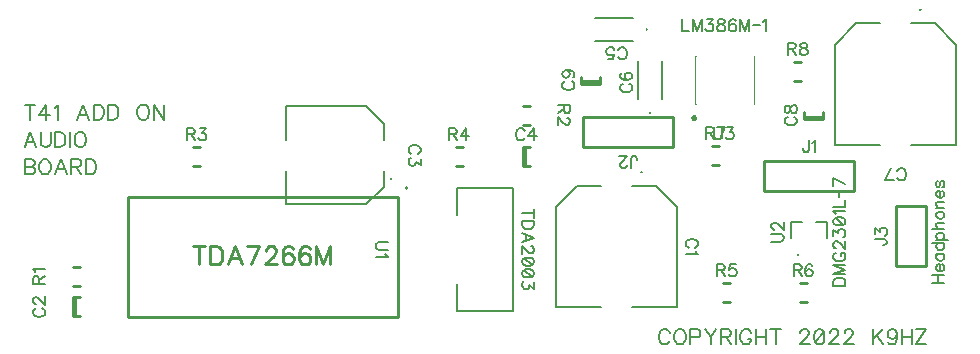
<source format=gbr>
G04 DipTrace 4.2.0.1*
G04 TopSilk.gbr*
%MOIN*%
G04 #@! TF.FileFunction,Legend,Top*
G04 #@! TF.Part,Single*
%ADD10C,0.009843*%
%ADD13C,0.004724*%
%ADD23C,0.005*%
%ADD68C,0.006176*%
%ADD69C,0.00772*%
%ADD70C,0.009264*%
%FSLAX26Y26*%
G04*
G70*
G90*
G75*
G01*
G04 TopSilk*
%LPD*%
X763700Y908600D2*
D10*
Y508600D1*
X1663700D1*
Y908600D1*
X763700D1*
X1861023Y939566D2*
D23*
X2049999D1*
Y530117D1*
X1861023D1*
Y939566D2*
Y849015D1*
Y530117D2*
Y620669D1*
G36*
X1688188Y939566D2*
X1688235Y940286D1*
X1688376Y940993D1*
X1688608Y941675D1*
X1688927Y942322D1*
X1689327Y942922D1*
X1689803Y943464D1*
X1690345Y943939D1*
X1690944Y944340D1*
X1691591Y944658D1*
X1692273Y944890D1*
X1692981Y945031D1*
X1693700Y945078D1*
X1694419Y945031D1*
X1695127Y944890D1*
X1695809Y944658D1*
X1696456Y944340D1*
X1697055Y943939D1*
X1697597Y943464D1*
X1698073Y942922D1*
X1698473Y942322D1*
X1698792Y941675D1*
X1699024Y940993D1*
X1699165Y940286D1*
X1699212Y939566D1*
D1*
X1699165Y938847D1*
X1699024Y938140D1*
X1698792Y937457D1*
X1698473Y936810D1*
X1698073Y936211D1*
X1697597Y935669D1*
X1697055Y935193D1*
X1696456Y934793D1*
X1695809Y934474D1*
X1695127Y934242D1*
X1694419Y934101D1*
X1693700Y934054D1*
X1692981Y934101D1*
X1692273Y934242D1*
X1691591Y934474D1*
X1690944Y934793D1*
X1690345Y935193D1*
X1689803Y935669D1*
X1689327Y936211D1*
X1688927Y936810D1*
X1688608Y937457D1*
X1688376Y938140D1*
X1688235Y938847D1*
X1688188Y939566D1*
D1*
G37*
X2261810Y946456D2*
D23*
X2190944Y875590D1*
Y540944D1*
X2596456D2*
Y875590D1*
X2525590Y946456D1*
X2445669D1*
X2341731D2*
X2261810D1*
X2445669Y540944D2*
X2596456D1*
X2190944D2*
X2341731D1*
G36*
X2476377Y995669D2*
X2476891Y995635D1*
X2477396Y995534D1*
X2477884Y995369D1*
X2478346Y995141D1*
X2478774Y994855D1*
X2479161Y994515D1*
X2479501Y994128D1*
X2479787Y993700D1*
X2480014Y993238D1*
X2480180Y992750D1*
X2480280Y992245D1*
X2480314Y991731D1*
X2480280Y991218D1*
X2480180Y990713D1*
X2480014Y990225D1*
X2479787Y989763D1*
X2479501Y989335D1*
X2479161Y988948D1*
X2478774Y988608D1*
X2478346Y988322D1*
X2477884Y988094D1*
X2477396Y987929D1*
X2476891Y987828D1*
X2476377Y987794D1*
D1*
X2475863Y987828D1*
X2475358Y987929D1*
X2474871Y988094D1*
X2474409Y988322D1*
X2473980Y988608D1*
X2473593Y988948D1*
X2473254Y989335D1*
X2472968Y989763D1*
X2472740Y990225D1*
X2472574Y990713D1*
X2472474Y991218D1*
X2472440Y991731D1*
X2472474Y992245D1*
X2472574Y992750D1*
X2472740Y993238D1*
X2472968Y993700D1*
X2473254Y994128D1*
X2473593Y994515D1*
X2473980Y994855D1*
X2474409Y995141D1*
X2474871Y995369D1*
X2475358Y995534D1*
X2475863Y995635D1*
X2476377Y995669D1*
D1*
G37*
X581920Y612235D2*
D10*
X605480D1*
X581920Y675165D2*
X605480D1*
X589369Y512235D2*
Y575165D1*
X581920Y512235D2*
Y575165D1*
Y512235D2*
X605480D1*
X581920Y575165D2*
X605480D1*
X2080804Y1150031D2*
X2104363D1*
X2080804Y1212960D2*
X2104363D1*
X981920Y1012235D2*
X1005480D1*
X981920Y1075165D2*
X1005480D1*
X1617025Y1152169D2*
D23*
X1557970Y1211224D1*
X1290254D1*
Y884452D2*
X1557970D1*
X1617025Y943507D1*
Y995869D1*
Y1099806D2*
Y1152169D1*
X1290254Y995869D2*
Y884452D1*
Y1211224D2*
Y1099806D1*
G36*
X1642616Y973035D2*
X1643130Y973001D1*
X1643635Y972900D1*
X1644123Y972735D1*
X1644585Y972507D1*
X1645013Y972221D1*
X1645400Y971882D1*
X1645739Y971494D1*
X1646026Y971066D1*
X1646253Y970604D1*
X1646419Y970117D1*
X1646519Y969612D1*
X1646553Y969098D1*
X1646519Y968584D1*
X1646419Y968079D1*
X1646253Y967591D1*
X1646026Y967129D1*
X1645739Y966701D1*
X1645400Y966314D1*
X1645013Y965974D1*
X1644585Y965688D1*
X1644123Y965460D1*
X1643635Y965295D1*
X1643130Y965194D1*
X1642616Y965161D1*
D1*
X1642102Y965194D1*
X1641597Y965295D1*
X1641109Y965460D1*
X1640648Y965688D1*
X1640219Y965974D1*
X1639832Y966314D1*
X1639493Y966701D1*
X1639206Y967129D1*
X1638979Y967591D1*
X1638813Y968079D1*
X1638713Y968584D1*
X1638679Y969098D1*
X1638713Y969612D1*
X1638813Y970117D1*
X1638979Y970604D1*
X1639206Y971066D1*
X1639493Y971494D1*
X1639832Y971882D1*
X1640219Y972221D1*
X1640647Y972507D1*
X1641109Y972735D1*
X1641597Y972900D1*
X1642102Y973001D1*
X1642616Y973035D1*
D1*
G37*
X1856920Y1012235D2*
D10*
X1880480D1*
X1856920Y1075165D2*
X1880480D1*
X2089369Y1012235D2*
Y1075165D1*
X2081920Y1012235D2*
Y1075165D1*
Y1012235D2*
X2105480D1*
X2081920Y1075165D2*
X2105480D1*
X2974806Y773473D2*
D23*
Y824654D1*
X3096066Y773473D2*
Y824654D1*
X2974806D2*
X3010830D1*
X3096066D2*
X3060043D1*
G36*
X2999413Y712449D2*
X2998899Y712483D1*
X2998394Y712583D1*
X2997906Y712749D1*
X2997444Y712977D1*
X2997016Y713263D1*
X2996629Y713602D1*
X2996289Y713990D1*
X2996003Y714418D1*
X2995775Y714880D1*
X2995610Y715367D1*
X2995509Y715872D1*
X2995476Y716386D1*
X2995509Y716900D1*
X2995610Y717405D1*
X2995775Y717893D1*
X2996003Y718355D1*
X2996289Y718783D1*
X2996629Y719170D1*
X2997016Y719510D1*
X2997444Y719796D1*
X2997906Y720024D1*
X2998394Y720189D1*
X2998899Y720290D1*
X2999413Y720323D1*
D1*
X2999926Y720290D1*
X3000432Y720189D1*
X3000919Y720024D1*
X3001381Y719796D1*
X3001809Y719510D1*
X3002196Y719170D1*
X3002536Y718783D1*
X3002822Y718355D1*
X3003050Y717893D1*
X3003215Y717405D1*
X3003316Y716900D1*
X3003350Y716386D1*
X3003316Y715872D1*
X3003215Y715367D1*
X3003050Y714880D1*
X3002822Y714418D1*
X3002536Y713990D1*
X3002196Y713602D1*
X3001809Y713263D1*
X3001381Y712977D1*
X3000919Y712749D1*
X3000432Y712583D1*
X2999926Y712483D1*
X2999413Y712449D1*
D1*
G37*
X2749708Y558892D2*
D10*
X2773267D1*
X2749708Y621821D2*
X2773267D1*
X3003972Y558892D2*
X3027531D1*
X3003972Y621821D2*
X3027531D1*
X2659671Y1377638D2*
D13*
X2656522D1*
Y1220158D1*
X2659671D1*
X2850222Y1377638D2*
X2853372D1*
Y1220158D1*
X2850222D1*
G36*
X2642348Y1172520D2*
X2642432Y1173805D1*
X2642684Y1175068D1*
X2643098Y1176287D1*
X2643667Y1177441D1*
X2644382Y1178512D1*
X2645231Y1179480D1*
X2646199Y1180329D1*
X2647270Y1181044D1*
X2648424Y1181614D1*
X2649643Y1182027D1*
X2650906Y1182279D1*
X2652191Y1182363D1*
X2653476Y1182279D1*
X2654738Y1182027D1*
X2655957Y1181614D1*
X2657112Y1181044D1*
X2658183Y1180329D1*
X2659151Y1179480D1*
X2659999Y1178512D1*
X2660715Y1177441D1*
X2661284Y1176287D1*
X2661698Y1175068D1*
X2661949Y1173805D1*
X2662033Y1172520D1*
D1*
X2661949Y1171236D1*
X2661698Y1169973D1*
X2661284Y1168754D1*
X2660715Y1167599D1*
X2659999Y1166528D1*
X2659151Y1165560D1*
X2658183Y1164712D1*
X2657112Y1163996D1*
X2655957Y1163427D1*
X2654738Y1163013D1*
X2653476Y1162762D1*
X2652191Y1162678D1*
X2650906Y1162762D1*
X2649643Y1163013D1*
X2648424Y1163427D1*
X2647270Y1163996D1*
X2646199Y1164712D1*
X2645231Y1165560D1*
X2644382Y1166528D1*
X2643667Y1167599D1*
X2643098Y1168754D1*
X2642684Y1169973D1*
X2642432Y1171236D1*
X2642348Y1172520D1*
D1*
G37*
X2448742Y1428857D2*
D23*
X2322758D1*
X2448742Y1506023D2*
X2322758D1*
G36*
X2494018Y1471377D2*
X2494531Y1471343D1*
X2495037Y1471243D1*
X2495524Y1471077D1*
X2495986Y1470850D1*
X2496414Y1470564D1*
X2496801Y1470224D1*
X2497141Y1469837D1*
X2497427Y1469409D1*
X2497655Y1468947D1*
X2497820Y1468459D1*
X2497921Y1467954D1*
X2497955Y1467440D1*
X2497921Y1466926D1*
X2497820Y1466421D1*
X2497655Y1465934D1*
X2497427Y1465472D1*
X2497141Y1465043D1*
X2496801Y1464656D1*
X2496414Y1464317D1*
X2495986Y1464031D1*
X2495524Y1463803D1*
X2495037Y1463637D1*
X2494531Y1463537D1*
X2494018Y1463503D1*
D1*
X2493504Y1463537D1*
X2492999Y1463637D1*
X2492511Y1463803D1*
X2492049Y1464031D1*
X2491621Y1464317D1*
X2491234Y1464656D1*
X2490894Y1465043D1*
X2490608Y1465472D1*
X2490380Y1465934D1*
X2490215Y1466421D1*
X2490114Y1466926D1*
X2490081Y1467440D1*
X2490114Y1467954D1*
X2490215Y1468459D1*
X2490380Y1468947D1*
X2490608Y1469409D1*
X2490894Y1469837D1*
X2491234Y1470224D1*
X2491621Y1470564D1*
X2492049Y1470850D1*
X2492511Y1471077D1*
X2492999Y1471243D1*
X2493504Y1471343D1*
X2494018Y1471377D1*
D1*
G37*
X2466637Y1235906D2*
D23*
Y1361890D1*
X2543802Y1235906D2*
Y1361890D1*
G36*
X2509157Y1190630D2*
X2509123Y1190117D1*
X2509023Y1189611D1*
X2508857Y1189124D1*
X2508629Y1188662D1*
X2508343Y1188234D1*
X2508004Y1187847D1*
X2507616Y1187507D1*
X2507188Y1187221D1*
X2506726Y1186993D1*
X2506239Y1186828D1*
X2505734Y1186727D1*
X2505220Y1186693D1*
X2504706Y1186727D1*
X2504201Y1186828D1*
X2503713Y1186993D1*
X2503251Y1187221D1*
X2502823Y1187507D1*
X2502436Y1187847D1*
X2502096Y1188234D1*
X2501810Y1188662D1*
X2501582Y1189124D1*
X2501417Y1189611D1*
X2501316Y1190117D1*
X2501283Y1190630D1*
D1*
X2501316Y1191144D1*
X2501417Y1191649D1*
X2501582Y1192137D1*
X2501810Y1192599D1*
X2502096Y1193027D1*
X2502436Y1193414D1*
X2502823Y1193754D1*
X2503251Y1194040D1*
X2503713Y1194268D1*
X2504201Y1194433D1*
X2504706Y1194534D1*
X2505220Y1194567D1*
X2505734Y1194534D1*
X2506239Y1194433D1*
X2506726Y1194268D1*
X2507188Y1194040D1*
X2507616Y1193754D1*
X2508004Y1193414D1*
X2508343Y1193027D1*
X2508629Y1192599D1*
X2508857Y1192137D1*
X2509023Y1191649D1*
X2509123Y1191144D1*
X2509157Y1190630D1*
D1*
G37*
X2885455Y1029599D2*
D10*
Y929594D1*
X3185418D1*
Y1029599D1*
X2885455D1*
X2582354Y1074499D2*
Y1174504D1*
X2282390D1*
Y1074499D1*
X2582354D1*
X3323558Y678289D2*
X3423564D1*
Y878313D1*
X3323558D1*
Y678289D1*
X2711940Y1016373D2*
X2735499D1*
X2711940Y1079302D2*
X2735499D1*
X3192095Y1487634D2*
D23*
X3121229Y1416768D1*
Y1082123D1*
X3526741D2*
Y1416768D1*
X3455875Y1487634D1*
X3375953D1*
X3272016D2*
X3192095D1*
X3375953Y1082123D2*
X3526741D1*
X3121229D2*
X3272016D1*
G36*
X3406662Y1536847D2*
X3407176Y1536813D1*
X3407681Y1536713D1*
X3408169Y1536547D1*
X3408630Y1536320D1*
X3409059Y1536033D1*
X3409446Y1535694D1*
X3409785Y1535307D1*
X3410071Y1534878D1*
X3410299Y1534417D1*
X3410465Y1533929D1*
X3410565Y1533424D1*
X3410599Y1532910D1*
X3410565Y1532396D1*
X3410465Y1531891D1*
X3410299Y1531403D1*
X3410071Y1530941D1*
X3409785Y1530513D1*
X3409446Y1530126D1*
X3409059Y1529787D1*
X3408630Y1529500D1*
X3408169Y1529273D1*
X3407681Y1529107D1*
X3407176Y1529007D1*
X3406662Y1528973D1*
D1*
X3406148Y1529007D1*
X3405643Y1529107D1*
X3405155Y1529273D1*
X3404693Y1529500D1*
X3404265Y1529787D1*
X3403878Y1530126D1*
X3403539Y1530513D1*
X3403252Y1530941D1*
X3403025Y1531403D1*
X3402859Y1531891D1*
X3402759Y1532396D1*
X3402725Y1532910D1*
X3402759Y1533424D1*
X3402859Y1533929D1*
X3403025Y1534417D1*
X3403252Y1534878D1*
X3403539Y1535307D1*
X3403878Y1535694D1*
X3404265Y1536033D1*
X3404693Y1536320D1*
X3405155Y1536547D1*
X3405643Y1536713D1*
X3406148Y1536813D1*
X3406662Y1536847D1*
D1*
G37*
X2985847Y1297123D2*
D10*
X3009406D1*
X2985847Y1360052D2*
X3009406D1*
X3080272Y1177165D2*
X3017343D1*
X3080272Y1169716D2*
X3017343D1*
X3080272D2*
Y1193275D1*
X3017343Y1169716D2*
Y1193275D1*
X2338495Y1294567D2*
X2275566D1*
X2338495Y1287119D2*
X2275566D1*
X2338495D2*
Y1310678D1*
X2275566Y1287119D2*
Y1310678D1*
X436869Y1216747D2*
D69*
Y1166507D1*
X420123Y1216747D2*
X453616D1*
X492987Y1166507D2*
Y1216691D1*
X469055Y1183253D1*
X504925D1*
X520365Y1207130D2*
X525173Y1209562D1*
X532358Y1216691D1*
Y1166507D1*
X634700D2*
X615522Y1216747D1*
X596398Y1166507D1*
X603583Y1183253D2*
X627515D1*
X650139Y1216747D2*
Y1166507D1*
X666886D1*
X674071Y1168938D1*
X678879Y1173692D1*
X681256Y1178500D1*
X683633Y1185630D1*
Y1197623D1*
X681256Y1204808D1*
X678879Y1209562D1*
X674071Y1214370D1*
X666886Y1216747D1*
X650139D1*
X699072D2*
Y1166507D1*
X715819D1*
X723004Y1168938D1*
X727812Y1173692D1*
X730189Y1178500D1*
X732565Y1185630D1*
Y1197623D1*
X730189Y1204808D1*
X727812Y1209562D1*
X723004Y1214370D1*
X715819Y1216747D1*
X699072D1*
X810976D2*
X806167Y1214370D1*
X801414Y1209562D1*
X798982Y1204808D1*
X796605Y1197623D1*
Y1185630D1*
X798982Y1178500D1*
X801414Y1173692D1*
X806167Y1168938D1*
X810976Y1166507D1*
X820537D1*
X825290Y1168938D1*
X830099Y1173692D1*
X832475Y1178500D1*
X834852Y1185630D1*
Y1197623D1*
X832475Y1204808D1*
X830099Y1209562D1*
X825290Y1214370D1*
X820537Y1216747D1*
X810976D1*
X883785D2*
Y1166507D1*
X850291Y1216747D1*
Y1166507D1*
X458425Y1075476D2*
X439246Y1125716D1*
X420123Y1075476D1*
X427308Y1092222D2*
X451240D1*
X473864Y1125716D2*
Y1089846D1*
X476240Y1082661D1*
X481049Y1077908D1*
X488234Y1075476D1*
X492987D1*
X500172Y1077908D1*
X504981Y1082661D1*
X507357Y1089846D1*
Y1125716D1*
X522796D2*
Y1075476D1*
X539543D1*
X546728Y1077908D1*
X551537Y1082661D1*
X553913Y1087469D1*
X556290Y1094599D1*
Y1106592D1*
X553913Y1113778D1*
X551537Y1118531D1*
X546728Y1123339D1*
X539543Y1125716D1*
X522796D1*
X571729D2*
Y1075476D1*
X601538Y1125716D2*
X596730Y1123339D1*
X591977Y1118531D1*
X589545Y1113778D1*
X587168Y1106592D1*
Y1094599D1*
X589545Y1087469D1*
X591977Y1082661D1*
X596730Y1077908D1*
X601538Y1075476D1*
X611100D1*
X615853Y1077908D1*
X620662Y1082661D1*
X623038Y1087469D1*
X625415Y1094599D1*
Y1106592D1*
X623038Y1113778D1*
X620662Y1118531D1*
X615853Y1123339D1*
X611100Y1125716D1*
X601538D1*
X420123Y1034685D2*
Y984445D1*
X441678D1*
X448863Y986877D1*
X451240Y989253D1*
X453616Y994007D1*
Y1001192D1*
X451240Y1006000D1*
X448863Y1008377D1*
X441678Y1010753D1*
X448863Y1013185D1*
X451240Y1015562D1*
X453616Y1020315D1*
Y1025123D1*
X451240Y1029876D1*
X448863Y1032308D1*
X441678Y1034685D1*
X420123D1*
Y1010753D2*
X441678D1*
X483425Y1034685D2*
X478617Y1032308D1*
X473864Y1027500D1*
X471432Y1022747D1*
X469055Y1015562D1*
Y1003568D1*
X471432Y996438D1*
X473864Y991630D1*
X478617Y986877D1*
X483425Y984445D1*
X492987D1*
X497740Y986877D1*
X502549Y991630D1*
X504925Y996438D1*
X507302Y1003568D1*
Y1015562D1*
X504925Y1022747D1*
X502549Y1027500D1*
X497740Y1032308D1*
X492987Y1034685D1*
X483425D1*
X561043Y984445D2*
X541864Y1034685D1*
X522741Y984445D1*
X529926Y1001192D2*
X553858D1*
X576482Y1010753D2*
X597982D1*
X605167Y1013185D1*
X607599Y1015562D1*
X609976Y1020315D1*
Y1025123D1*
X607599Y1029876D1*
X605167Y1032308D1*
X597982Y1034685D1*
X576482D1*
Y984445D1*
X593229Y1010753D2*
X609976Y984445D1*
X625415Y1034685D2*
Y984445D1*
X642161D1*
X649346Y986877D1*
X654155Y991630D1*
X656532Y996438D1*
X658908Y1003568D1*
Y1015562D1*
X656532Y1022747D1*
X654155Y1027500D1*
X649346Y1032308D1*
X642161Y1034685D1*
X625415D1*
X2570359Y456159D2*
X2567982Y460912D1*
X2563174Y465720D1*
X2558421Y468097D1*
X2548859D1*
X2544051Y465720D1*
X2539297Y460912D1*
X2536866Y456159D1*
X2534489Y448974D1*
Y436980D1*
X2536866Y429850D1*
X2539297Y425042D1*
X2544051Y420289D1*
X2548859Y417857D1*
X2558421D1*
X2563174Y420289D1*
X2567982Y425042D1*
X2570359Y429850D1*
X2600168Y468097D2*
X2595360Y465720D1*
X2590607Y460912D1*
X2588175Y456159D1*
X2585798Y448974D1*
Y436980D1*
X2588175Y429850D1*
X2590607Y425042D1*
X2595360Y420289D1*
X2600168Y417857D1*
X2609730D1*
X2614483Y420289D1*
X2619291Y425042D1*
X2621668Y429850D1*
X2624045Y436980D1*
Y448974D1*
X2621668Y456159D1*
X2619291Y460912D1*
X2614483Y465720D1*
X2609730Y468097D1*
X2600168D1*
X2639484Y441789D2*
X2661039D1*
X2668169Y444165D1*
X2670601Y446597D1*
X2672977Y451350D1*
Y458535D1*
X2670601Y463289D1*
X2668169Y465720D1*
X2661039Y468097D1*
X2639484D1*
Y417857D1*
X2688416Y468097D2*
X2707540Y444165D1*
Y417857D1*
X2726663Y468097D2*
X2707540Y444165D1*
X2742102D2*
X2763602D1*
X2770787Y446597D1*
X2773219Y448974D1*
X2775596Y453727D1*
Y458535D1*
X2773219Y463289D1*
X2770787Y465720D1*
X2763602Y468097D1*
X2742102D1*
Y417857D1*
X2758849Y444165D2*
X2775596Y417857D1*
X2791035Y468097D2*
Y417857D1*
X2842344Y456159D2*
X2839967Y460912D1*
X2835159Y465720D1*
X2830406Y468097D1*
X2820844D1*
X2816036Y465720D1*
X2811283Y460912D1*
X2808851Y456159D1*
X2806474Y448974D1*
Y436980D1*
X2808851Y429850D1*
X2811283Y425042D1*
X2816036Y420289D1*
X2820844Y417857D1*
X2830406D1*
X2835159Y420289D1*
X2839967Y425042D1*
X2842344Y429850D1*
Y436980D1*
X2830406D1*
X2857783Y468097D2*
Y417857D1*
X2891277Y468097D2*
Y417857D1*
X2857783Y444165D2*
X2891277D1*
X2923462Y468097D2*
Y417857D1*
X2906716Y468097D2*
X2940209D1*
X3006681Y456103D2*
Y458480D1*
X3009058Y463289D1*
X3011434Y465665D1*
X3016243Y468042D1*
X3025804D1*
X3030558Y465665D1*
X3032934Y463289D1*
X3035366Y458480D1*
Y453727D1*
X3032934Y448918D1*
X3028181Y441789D1*
X3004249Y417857D1*
X3037743D1*
X3067552Y468042D2*
X3060367Y465665D1*
X3055559Y458480D1*
X3053182Y446542D1*
Y439357D1*
X3055559Y427419D1*
X3060367Y420234D1*
X3067552Y417857D1*
X3072305D1*
X3079490Y420234D1*
X3084243Y427419D1*
X3086675Y439357D1*
Y446542D1*
X3084243Y458480D1*
X3079490Y465665D1*
X3072305Y468042D1*
X3067552D1*
X3084243Y458480D2*
X3055559Y427419D1*
X3104546Y456103D2*
Y458480D1*
X3106923Y463289D1*
X3109300Y465665D1*
X3114108Y468042D1*
X3123670D1*
X3128423Y465665D1*
X3130799Y463289D1*
X3133231Y458480D1*
Y453727D1*
X3130799Y448918D1*
X3126046Y441789D1*
X3102115Y417857D1*
X3135608D1*
X3153479Y456103D2*
Y458480D1*
X3155856Y463289D1*
X3158232Y465665D1*
X3163041Y468042D1*
X3172602D1*
X3177355Y465665D1*
X3179732Y463289D1*
X3182164Y458480D1*
Y453727D1*
X3179732Y448918D1*
X3174979Y441789D1*
X3151047Y417857D1*
X3184540D1*
X3248581Y468097D2*
Y417857D1*
X3282074Y468097D2*
X3248581Y434604D1*
X3260519Y446597D2*
X3282074Y417857D1*
X3328630Y451350D2*
X3326198Y444165D1*
X3321445Y439357D1*
X3314260Y436980D1*
X3311883D1*
X3304698Y439357D1*
X3299945Y444165D1*
X3297513Y451350D1*
Y453727D1*
X3299945Y460912D1*
X3304698Y465665D1*
X3311883Y468042D1*
X3314260D1*
X3321445Y465665D1*
X3326198Y460912D1*
X3328630Y451350D1*
Y439357D1*
X3326198Y427419D1*
X3321445Y420234D1*
X3314260Y417857D1*
X3309507D1*
X3302322Y420234D1*
X3299945Y425042D1*
X3344069Y468097D2*
Y417857D1*
X3377563Y468097D2*
Y417857D1*
X3344069Y444165D2*
X3377563D1*
X3393002Y468097D2*
X3426495D1*
X3393002Y417857D1*
X3426495D1*
X3445625Y622082D2*
D68*
X3485817D1*
X3445625Y648876D2*
X3485817D1*
X3464771Y622082D2*
Y648876D1*
X3470519Y661228D2*
Y684176D1*
X3466672D1*
X3462825Y682275D1*
X3460924Y680373D1*
X3459023Y676526D1*
Y670778D1*
X3460924Y666976D1*
X3464771Y663129D1*
X3470519Y661228D1*
X3474321D1*
X3480069Y663129D1*
X3483872Y666976D1*
X3485817Y670778D1*
Y676526D1*
X3483872Y680373D1*
X3480069Y684176D1*
X3459023Y719475D2*
X3485817D1*
X3464771D2*
X3460924Y715673D1*
X3459023Y711826D1*
Y706122D1*
X3460924Y702275D1*
X3464771Y698473D1*
X3470519Y696527D1*
X3474321D1*
X3480069Y698473D1*
X3483872Y702275D1*
X3485817Y706122D1*
Y711826D1*
X3483872Y715673D1*
X3480069Y719475D1*
X3445625Y754774D2*
X3485817D1*
X3464771D2*
X3460924Y750972D1*
X3459023Y747125D1*
Y741377D1*
X3460924Y737575D1*
X3464771Y733728D1*
X3470519Y731826D1*
X3474321D1*
X3480069Y733728D1*
X3483872Y737575D1*
X3485817Y741377D1*
Y747125D1*
X3483872Y750972D1*
X3480069Y754774D1*
X3459023Y767126D2*
X3499215D1*
X3464771D2*
X3460968Y770973D1*
X3459023Y774775D1*
Y780523D1*
X3460968Y784370D1*
X3464771Y788172D1*
X3470519Y790118D1*
X3474365D1*
X3480069Y788172D1*
X3483916Y784370D1*
X3485817Y780523D1*
Y774775D1*
X3483916Y770973D1*
X3480069Y767126D1*
X3445625Y802469D2*
X3485817D1*
X3466672D2*
X3460924Y808217D1*
X3459023Y812064D1*
Y817812D1*
X3460924Y821615D1*
X3466672Y823516D1*
X3485817D1*
X3459023Y845418D2*
X3460924Y841615D1*
X3464771Y837769D1*
X3470519Y835867D1*
X3474321D1*
X3480069Y837769D1*
X3483872Y841615D1*
X3485817Y845418D1*
Y851166D1*
X3483872Y855013D1*
X3480069Y858815D1*
X3474321Y860761D1*
X3470519D1*
X3464771Y858815D1*
X3460924Y855013D1*
X3459023Y851166D1*
Y845418D1*
Y873112D2*
X3485817D1*
X3466672D2*
X3460924Y878860D1*
X3459023Y882707D1*
Y888411D1*
X3460924Y892258D1*
X3466672Y894159D1*
X3485817D1*
X3470519Y906510D2*
Y929458D1*
X3466672D1*
X3462825Y927557D1*
X3460924Y925656D1*
X3459023Y921809D1*
Y916061D1*
X3460924Y912258D1*
X3464771Y908411D1*
X3470519Y906510D1*
X3474321D1*
X3480069Y908411D1*
X3483872Y912258D1*
X3485817Y916061D1*
Y921809D1*
X3483872Y925656D1*
X3480069Y929458D1*
X3464771Y962856D2*
X3460924Y960955D1*
X3459023Y955207D1*
Y949459D1*
X3460924Y943711D1*
X3464771Y941809D1*
X3468573Y943711D1*
X3470519Y947558D1*
X3472420Y957108D1*
X3474321Y960955D1*
X3478168Y962856D1*
X3480069D1*
X3483872Y960955D1*
X3485817Y955207D1*
Y949459D1*
X3483872Y943711D1*
X3480069Y941809D1*
X1000917Y744490D2*
D70*
Y684202D1*
X980821Y744490D2*
X1021013D1*
X1039540D2*
Y684202D1*
X1059636D1*
X1068258Y687120D1*
X1074029Y692824D1*
X1076880Y698594D1*
X1079732Y707150D1*
Y721542D1*
X1076880Y730164D1*
X1074029Y735868D1*
X1068258Y741638D1*
X1059636Y744490D1*
X1039540D1*
X1144222Y684202D2*
X1121207Y744490D1*
X1098259Y684202D1*
X1106882Y704298D2*
X1135600D1*
X1174223Y684202D2*
X1202941Y744424D1*
X1162749D1*
X1224386Y730098D2*
Y732950D1*
X1227238Y738720D1*
X1230090Y741572D1*
X1235860Y744424D1*
X1247334D1*
X1253038Y741572D1*
X1255890Y738720D1*
X1258808Y732950D1*
Y727246D1*
X1255890Y721476D1*
X1250186Y712920D1*
X1221468Y684202D1*
X1261660D1*
X1314609Y735868D2*
X1311757Y741572D1*
X1303135Y744424D1*
X1297431D1*
X1288809Y741572D1*
X1283039Y732950D1*
X1280187Y718624D1*
Y704298D1*
X1283039Y692824D1*
X1288809Y687054D1*
X1297431Y684202D1*
X1300283D1*
X1308839Y687054D1*
X1314609Y692824D1*
X1317461Y701446D1*
Y704298D1*
X1314609Y712920D1*
X1308839Y718624D1*
X1300283Y721476D1*
X1297431D1*
X1288809Y718624D1*
X1283039Y712920D1*
X1280187Y704298D1*
X1370410Y735868D2*
X1367558Y741572D1*
X1358936Y744424D1*
X1353232D1*
X1344610Y741572D1*
X1338840Y732950D1*
X1335988Y718624D1*
Y704298D1*
X1338840Y692824D1*
X1344610Y687054D1*
X1353232Y684202D1*
X1356084D1*
X1364640Y687054D1*
X1370410Y692824D1*
X1373262Y701446D1*
Y704298D1*
X1370410Y712920D1*
X1364640Y718624D1*
X1356084Y721476D1*
X1353232D1*
X1344610Y718624D1*
X1338840Y712920D1*
X1335988Y704298D1*
X1437684Y684202D2*
Y744490D1*
X1414737Y684202D1*
X1391789Y744490D1*
Y684202D1*
X1630605Y759212D2*
D68*
X1601910D1*
X1596162Y757311D1*
X1592359Y753464D1*
X1590413Y747716D1*
Y743914D1*
X1592359Y738166D1*
X1596162Y734319D1*
X1601910Y732417D1*
X1630605D1*
X1622912Y720066D2*
X1624857Y716219D1*
X1630561Y710471D1*
X1590413D1*
X2118538Y854203D2*
X2078346D1*
X2118538Y867601D2*
Y840806D1*
Y828455D2*
X2078346D1*
Y815057D1*
X2080292Y809309D1*
X2084094Y805462D1*
X2087941Y803561D1*
X2093645Y801660D1*
X2103240D1*
X2108988Y803561D1*
X2112790Y805462D1*
X2116637Y809309D1*
X2118538Y815057D1*
Y828455D1*
X2078346Y758667D2*
X2118538Y774010D1*
X2078346Y789309D1*
X2091744Y783560D2*
Y764415D1*
X2108944Y744370D2*
X2110845D1*
X2114692Y742469D1*
X2116593Y740568D1*
X2118494Y736721D1*
Y729072D1*
X2116593Y725269D1*
X2114692Y723368D1*
X2110845Y721422D1*
X2107042D1*
X2103195Y723368D1*
X2097492Y727170D1*
X2078346Y746316D1*
Y719521D1*
X2118494Y695674D2*
X2116593Y701422D1*
X2110845Y705268D1*
X2101294Y707170D1*
X2095546D1*
X2085996Y705268D1*
X2080248Y701422D1*
X2078346Y695674D1*
Y691871D1*
X2080248Y686123D1*
X2085996Y682320D1*
X2095546Y680375D1*
X2101294D1*
X2110845Y682320D1*
X2116593Y686123D1*
X2118494Y691871D1*
Y695674D1*
X2110845Y682320D2*
X2085996Y705268D1*
X2118494Y656527D2*
X2116593Y662276D1*
X2110845Y666122D1*
X2101294Y668024D1*
X2095546D1*
X2085996Y666122D1*
X2080248Y662276D1*
X2078346Y656527D1*
Y652725D1*
X2080248Y646977D1*
X2085996Y643174D1*
X2095546Y641229D1*
X2101294D1*
X2110845Y643174D1*
X2116593Y646977D1*
X2118494Y652725D1*
Y656527D1*
X2110845Y643174D2*
X2085996Y666122D1*
X2118494Y625031D2*
Y604028D1*
X2103195Y615480D1*
Y609732D1*
X2101294Y605930D1*
X2099393Y604028D1*
X2093645Y602083D1*
X2089842D1*
X2084094Y604028D1*
X2080248Y607831D1*
X2078346Y613579D1*
Y619327D1*
X2080248Y625031D1*
X2082193Y626932D1*
X2085996Y628877D1*
X2655326Y740325D2*
X2659129Y742226D1*
X2662976Y746073D1*
X2664877Y749876D1*
Y757525D1*
X2662976Y761372D1*
X2659129Y765174D1*
X2655326Y767120D1*
X2649578Y769021D1*
X2639983D1*
X2634280Y767120D1*
X2630433Y765174D1*
X2626630Y761372D1*
X2624685Y757525D1*
Y749876D1*
X2626630Y746073D1*
X2630433Y742226D1*
X2634280Y740325D1*
X2657183Y727974D2*
X2659129Y724127D1*
X2664833Y718379D1*
X2624685D1*
X467653Y619330D2*
Y636529D1*
X465707Y642277D1*
X463806Y644223D1*
X460003Y646124D1*
X456157D1*
X452354Y644223D1*
X450409Y642277D1*
X448507Y636529D1*
Y619330D1*
X488699D1*
X467653Y632727D2*
X488699Y646124D1*
X456201Y658476D2*
X454255Y662322D1*
X448552Y668070D1*
X488699D1*
X458058Y538475D2*
X454255Y536574D1*
X450409Y532727D1*
X448507Y528924D1*
Y521275D1*
X450409Y517428D1*
X454255Y513626D1*
X458058Y511680D1*
X463806Y509779D1*
X473401D1*
X479105Y511680D1*
X482951Y513626D1*
X486754Y517428D1*
X488699Y521275D1*
Y528924D1*
X486754Y532727D1*
X482951Y536574D1*
X479105Y538475D1*
X458102Y552772D2*
X456201D1*
X452354Y554673D1*
X450453Y556574D1*
X448552Y560421D1*
Y568070D1*
X450453Y571873D1*
X452354Y573774D1*
X456201Y575720D1*
X460003D1*
X463850Y573774D1*
X469554Y569972D1*
X488699Y550826D1*
Y577621D1*
X2218630Y1214466D2*
Y1197266D1*
X2220576Y1191518D1*
X2222477Y1189572D1*
X2226280Y1187671D1*
X2230127D1*
X2233929Y1189572D1*
X2235875Y1191518D1*
X2237776Y1197266D1*
Y1214466D1*
X2197584D1*
X2218630Y1201068D2*
X2197584Y1187671D1*
X2228181Y1173374D2*
X2230082D1*
X2233929Y1171473D1*
X2235830Y1169572D1*
X2237732Y1165725D1*
Y1158075D1*
X2235830Y1154273D1*
X2233929Y1152372D1*
X2230082Y1150426D1*
X2226280D1*
X2222433Y1152372D1*
X2216729Y1156174D1*
X2197584Y1175320D1*
Y1148525D1*
X960730Y1118566D2*
X977930D1*
X983678Y1120512D1*
X985623Y1122413D1*
X987524Y1126215D1*
Y1130062D1*
X985623Y1133865D1*
X983678Y1135810D1*
X977930Y1137712D1*
X960730D1*
Y1097520D1*
X974127Y1118566D2*
X987524Y1097520D1*
X1003722Y1137667D2*
X1024725D1*
X1013273Y1122369D1*
X1019021D1*
X1022824Y1120467D1*
X1024725Y1118566D1*
X1026670Y1112818D1*
Y1109016D1*
X1024725Y1103268D1*
X1020922Y1099421D1*
X1015174Y1097520D1*
X1009426D1*
X1003722Y1099421D1*
X1001821Y1101366D1*
X999876Y1105169D1*
X1731014Y1053063D2*
X1734817Y1054964D1*
X1738663Y1058811D1*
X1740565Y1062613D1*
Y1070263D1*
X1738663Y1074109D1*
X1734817Y1077912D1*
X1731014Y1079858D1*
X1725266Y1081759D1*
X1715671D1*
X1709967Y1079858D1*
X1706121Y1077912D1*
X1702318Y1074109D1*
X1700373Y1070263D1*
Y1062613D1*
X1702318Y1058811D1*
X1706121Y1054964D1*
X1709967Y1053063D1*
X1740520Y1036865D2*
Y1015862D1*
X1725222Y1027314D1*
Y1021566D1*
X1723320Y1017764D1*
X1721419Y1015862D1*
X1715671Y1013917D1*
X1711869D1*
X1706121Y1015862D1*
X1702274Y1019665D1*
X1700373Y1025413D1*
Y1031161D1*
X1702274Y1036865D1*
X1704219Y1038766D1*
X1708022Y1040711D1*
X1834779Y1118566D2*
X1851979D1*
X1857727Y1120512D1*
X1859672Y1122413D1*
X1861574Y1126215D1*
Y1130062D1*
X1859672Y1133865D1*
X1857727Y1135810D1*
X1851979Y1137712D1*
X1834779D1*
Y1097520D1*
X1848176Y1118566D2*
X1861574Y1097520D1*
X1893070D2*
Y1137667D1*
X1873925Y1110917D1*
X1902621D1*
X2087524Y1128161D2*
X2085623Y1131964D1*
X2081776Y1135810D1*
X2077974Y1137712D1*
X2070324D1*
X2066478Y1135810D1*
X2062675Y1131964D1*
X2060730Y1128161D1*
X2058828Y1122413D1*
Y1112818D1*
X2060730Y1107114D1*
X2062675Y1103268D1*
X2066478Y1099465D1*
X2070324Y1097520D1*
X2077974D1*
X2081776Y1099465D1*
X2085623Y1103268D1*
X2087524Y1107114D1*
X2119021Y1097520D2*
Y1137667D1*
X2099876Y1110917D1*
X2128572D1*
X2909929Y759499D2*
X2938625D1*
X2944373Y761400D1*
X2948175Y765247D1*
X2950121Y770995D1*
Y774797D1*
X2948175Y780545D1*
X2944373Y784392D1*
X2938625Y786293D1*
X2909929D1*
X2919523Y800590D2*
X2917622D1*
X2913775Y802491D1*
X2911874Y804393D1*
X2909973Y808240D1*
Y815889D1*
X2911874Y819691D1*
X2913775Y821593D1*
X2917622Y823538D1*
X2921425D1*
X2925271Y821593D1*
X2930975Y817790D1*
X2950121Y798645D1*
Y825439D1*
X3115932Y612929D2*
X3156124D1*
Y626327D1*
X3154179Y632075D1*
X3150376Y635921D1*
X3146530Y637823D1*
X3140826Y639724D1*
X3131231D1*
X3125483Y637823D1*
X3121680Y635921D1*
X3117834Y632075D1*
X3115932Y626327D1*
Y612929D1*
X3156124Y682673D2*
X3115932D1*
X3156124Y667374D1*
X3115932Y652075D1*
X3156124D1*
X3125483Y723720D2*
X3121680Y721819D1*
X3117834Y717972D1*
X3115932Y714169D1*
Y706520D1*
X3117834Y702673D1*
X3121680Y698871D1*
X3125483Y696925D1*
X3131231Y695024D1*
X3140826D1*
X3146530Y696925D1*
X3150376Y698871D1*
X3154179Y702673D1*
X3156124Y706520D1*
Y714169D1*
X3154179Y717972D1*
X3150376Y721819D1*
X3146530Y723720D1*
X3140826D1*
Y714169D1*
X3125527Y738017D2*
X3123626D1*
X3119779Y739918D1*
X3117878Y741819D1*
X3115977Y745666D1*
Y753315D1*
X3117878Y757118D1*
X3119779Y759019D1*
X3123626Y760965D1*
X3127428D1*
X3131275Y759019D1*
X3136979Y755217D1*
X3156124Y736071D1*
Y762866D1*
X3115977Y779064D2*
Y800066D1*
X3131275Y788615D1*
Y794363D1*
X3133176Y798165D1*
X3135078Y800066D1*
X3140826Y802012D1*
X3144628D1*
X3150376Y800066D1*
X3154223Y796264D1*
X3156124Y790516D1*
Y784768D1*
X3154223Y779064D1*
X3152278Y777163D1*
X3148475Y775217D1*
X3115977Y825859D2*
X3117878Y820111D1*
X3123626Y816265D1*
X3133176Y814363D1*
X3138924D1*
X3148475Y816265D1*
X3154223Y820111D1*
X3156124Y825859D1*
Y829662D1*
X3154223Y835410D1*
X3148475Y839213D1*
X3138924Y841158D1*
X3133176D1*
X3123626Y839213D1*
X3117878Y835410D1*
X3115977Y829662D1*
Y825859D1*
X3123626Y839213D2*
X3148475Y816265D1*
X3123626Y853509D2*
X3121680Y857356D1*
X3115977Y863104D1*
X3156124D1*
X3115932Y875456D2*
X3156124D1*
Y898404D1*
X3136050Y910755D2*
Y932863D1*
X3156124Y952863D2*
X3115977Y972009D1*
Y945214D1*
X2728517Y665222D2*
X2745717D1*
X2751465Y667168D1*
X2753410Y669069D1*
X2755312Y672872D1*
Y676718D1*
X2753410Y680521D1*
X2751465Y682466D1*
X2745717Y684368D1*
X2728517D1*
Y644176D1*
X2741914Y665222D2*
X2755312Y644176D1*
X2790611Y684323D2*
X2771510D1*
X2769609Y667124D1*
X2771510Y669025D1*
X2777258Y670970D1*
X2782962D1*
X2788710Y669025D1*
X2792556Y665222D1*
X2794458Y659474D1*
Y655672D1*
X2792556Y649924D1*
X2788710Y646077D1*
X2782962Y644176D1*
X2777258D1*
X2771510Y646077D1*
X2769609Y648022D1*
X2767663Y651825D1*
X2983754Y665222D2*
X3000953D1*
X3006701Y667168D1*
X3008647Y669069D1*
X3010548Y672872D1*
Y676718D1*
X3008647Y680521D1*
X3006701Y682466D1*
X3000953Y684368D1*
X2983754D1*
Y644176D1*
X2997151Y665222D2*
X3010548Y644176D1*
X3045848Y678620D2*
X3043946Y682422D1*
X3038198Y684323D1*
X3034396D1*
X3028648Y682422D1*
X3024801Y676674D1*
X3022900Y667124D1*
Y657573D1*
X3024801Y649924D1*
X3028648Y646077D1*
X3034396Y644176D1*
X3036297D1*
X3042001Y646077D1*
X3045848Y649924D1*
X3047749Y655672D1*
Y657573D1*
X3045848Y663321D1*
X3042001Y667124D1*
X3036297Y669025D1*
X3034396D1*
X3028648Y667124D1*
X3024801Y663321D1*
X3022900Y657573D1*
X2718827Y1141237D2*
Y1112541D1*
X2720728Y1106793D1*
X2724575Y1102990D1*
X2730323Y1101045D1*
X2734125D1*
X2739873Y1102990D1*
X2743720Y1106793D1*
X2745621Y1112541D1*
Y1141237D1*
X2761820Y1141193D2*
X2782822D1*
X2771370Y1125894D1*
X2777118D1*
X2780921Y1123993D1*
X2782822Y1122091D1*
X2784767Y1116343D1*
Y1112541D1*
X2782822Y1106793D1*
X2779019Y1102946D1*
X2773271Y1101045D1*
X2767523D1*
X2761820Y1102946D1*
X2759918Y1104891D1*
X2757973Y1108694D1*
X2611448Y1501571D2*
Y1461379D1*
X2634396D1*
X2677344D2*
Y1501571D1*
X2662046Y1461379D1*
X2646747Y1501571D1*
Y1461379D1*
X2693542Y1501527D2*
X2714545D1*
X2703093Y1486228D1*
X2708841D1*
X2712643Y1484327D1*
X2714545Y1482426D1*
X2716490Y1476678D1*
Y1472875D1*
X2714545Y1467127D1*
X2710742Y1463280D1*
X2704994Y1461379D1*
X2699246D1*
X2693542Y1463280D1*
X2691641Y1465226D1*
X2689696Y1469028D1*
X2738392Y1501527D2*
X2732688Y1499626D1*
X2730743Y1495823D1*
Y1491976D1*
X2732688Y1488174D1*
X2736491Y1486228D1*
X2744140Y1484327D1*
X2749888Y1482426D1*
X2753691Y1478579D1*
X2755592Y1474776D1*
Y1469028D1*
X2753691Y1465226D1*
X2751789Y1463280D1*
X2746041Y1461379D1*
X2738392D1*
X2732688Y1463280D1*
X2730743Y1465226D1*
X2728842Y1469028D1*
Y1474776D1*
X2730743Y1478579D1*
X2734590Y1482426D1*
X2740293Y1484327D1*
X2747943Y1486228D1*
X2751789Y1488174D1*
X2753691Y1491976D1*
Y1495823D1*
X2751789Y1499626D1*
X2746041Y1501527D1*
X2738392D1*
X2790891Y1495823D2*
X2788990Y1499626D1*
X2783242Y1501527D1*
X2779439D1*
X2773691Y1499626D1*
X2769845Y1493878D1*
X2767943Y1484327D1*
Y1474776D1*
X2769845Y1467127D1*
X2773691Y1463280D1*
X2779439Y1461379D1*
X2781341D1*
X2787045Y1463280D1*
X2790891Y1467127D1*
X2792793Y1472875D1*
Y1474776D1*
X2790891Y1480524D1*
X2787045Y1484327D1*
X2781341Y1486228D1*
X2779439D1*
X2773691Y1484327D1*
X2769845Y1480524D1*
X2767943Y1474776D1*
X2835741Y1461379D2*
Y1501571D1*
X2820443Y1461379D1*
X2805144Y1501571D1*
Y1461379D1*
X2848093Y1481453D2*
X2870200D1*
X2882552Y1493878D2*
X2886399Y1495823D1*
X2892147Y1501527D1*
Y1461379D1*
X2398751Y1377074D2*
X2400652Y1373271D1*
X2404499Y1369424D1*
X2408301Y1367523D1*
X2415950D1*
X2419797Y1369424D1*
X2423600Y1373271D1*
X2425545Y1377074D1*
X2427446Y1382822D1*
Y1392417D1*
X2425545Y1398120D1*
X2423600Y1401967D1*
X2419797Y1405770D1*
X2415950Y1407715D1*
X2408301D1*
X2404499Y1405770D1*
X2400652Y1401967D1*
X2398751Y1398120D1*
X2363451Y1367567D2*
X2382552D1*
X2384454Y1384767D1*
X2382552Y1382866D1*
X2376804Y1380920D1*
X2371101D1*
X2365352Y1382866D1*
X2361506Y1386668D1*
X2359604Y1392417D1*
Y1396219D1*
X2361506Y1401967D1*
X2365352Y1405814D1*
X2371101Y1407715D1*
X2376804D1*
X2382552Y1405814D1*
X2384454Y1403868D1*
X2386399Y1400066D1*
X2414853Y1286870D2*
X2411051Y1284969D1*
X2407204Y1281122D1*
X2405303Y1277320D1*
Y1269670D1*
X2407204Y1265824D1*
X2411051Y1262021D1*
X2414853Y1260076D1*
X2420601Y1258174D1*
X2430196D1*
X2435900Y1260076D1*
X2439747Y1262021D1*
X2443549Y1265824D1*
X2445495Y1269670D1*
Y1277320D1*
X2443549Y1281122D1*
X2439747Y1284969D1*
X2435900Y1286870D1*
X2411051Y1322170D2*
X2407248Y1320268D1*
X2405347Y1314520D1*
Y1310718D1*
X2407248Y1304970D1*
X2412996Y1301123D1*
X2422547Y1299222D1*
X2432097D1*
X2439747Y1301123D1*
X2443593Y1304970D1*
X2445495Y1310718D1*
Y1312619D1*
X2443593Y1318323D1*
X2439747Y1322170D1*
X2433999Y1324071D1*
X2432097D1*
X2426349Y1322170D1*
X2422547Y1318323D1*
X2420645Y1312619D1*
Y1310718D1*
X2422547Y1304970D1*
X2426349Y1301123D1*
X2432097Y1299222D1*
X3034036Y1098017D2*
Y1067420D1*
X3032135Y1061672D1*
X3030189Y1059771D1*
X3026387Y1057825D1*
X3022540D1*
X3018737Y1059771D1*
X3016836Y1061672D1*
X3014890Y1067420D1*
Y1071223D1*
X3046387Y1090324D2*
X3050234Y1092269D1*
X3055982Y1097973D1*
Y1057825D1*
X2442372Y1006081D2*
Y1036678D1*
X2444274Y1042426D1*
X2446219Y1044327D1*
X2450022Y1046273D1*
X2453868D1*
X2457671Y1044327D1*
X2459572Y1042426D1*
X2461518Y1036678D1*
Y1032876D1*
X2428075Y1015676D2*
Y1013774D1*
X2426174Y1009928D1*
X2424273Y1008026D1*
X2420426Y1006125D1*
X2412777D1*
X2408974Y1008026D1*
X2407073Y1009928D1*
X2405127Y1013774D1*
Y1017577D1*
X2407073Y1021424D1*
X2410876Y1027127D1*
X2430021Y1046273D1*
X2403226D1*
X3255140Y768301D2*
X3285737D1*
X3291485Y766399D1*
X3293386Y764454D1*
X3295332Y760651D1*
Y756805D1*
X3293386Y753002D1*
X3291485Y751101D1*
X3285737Y749155D1*
X3281935D1*
X3255184Y784499D2*
Y805501D1*
X3270483Y794049D1*
Y799797D1*
X3272384Y803600D1*
X3274285Y805501D1*
X3280033Y807447D1*
X3283836D1*
X3289584Y805501D1*
X3293431Y801699D1*
X3295332Y795951D1*
Y790203D1*
X3293431Y784499D1*
X3291485Y782598D1*
X3287683Y780652D1*
X2690749Y1122704D2*
X2707949D1*
X2713697Y1124649D1*
X2715643Y1126551D1*
X2717544Y1130353D1*
Y1134200D1*
X2715643Y1138003D1*
X2713697Y1139948D1*
X2707949Y1141849D1*
X2690749D1*
Y1101657D1*
X2704147Y1122704D2*
X2717544Y1101657D1*
X2737545D2*
X2756690Y1141805D1*
X2729895D1*
X3329210Y974040D2*
X3331111Y970237D1*
X3334958Y966390D1*
X3338760Y964489D1*
X3346410D1*
X3350256Y966390D1*
X3354059Y970237D1*
X3356005Y974040D1*
X3357906Y979788D1*
Y989382D1*
X3356005Y995086D1*
X3354059Y998933D1*
X3350256Y1002736D1*
X3346410Y1004681D1*
X3338760D1*
X3334958Y1002736D1*
X3331111Y998933D1*
X3329210Y995086D1*
X3309209Y1004681D2*
X3290064Y964533D1*
X3316858D1*
X2964678Y1403453D2*
X2981878D1*
X2987626Y1405399D1*
X2989572Y1407300D1*
X2991473Y1411103D1*
Y1414949D1*
X2989572Y1418752D1*
X2987626Y1420697D1*
X2981878Y1422599D1*
X2964678D1*
Y1382407D1*
X2978076Y1403453D2*
X2991473Y1382407D1*
X3013375Y1422554D2*
X3007671Y1420653D1*
X3005726Y1416851D1*
Y1413004D1*
X3007671Y1409201D1*
X3011474Y1407256D1*
X3019123Y1405355D1*
X3024871Y1403453D1*
X3028673Y1399607D1*
X3030575Y1395804D1*
Y1390056D1*
X3028673Y1386253D1*
X3026772Y1384308D1*
X3021024Y1382407D1*
X3013375D1*
X3007671Y1384308D1*
X3005726Y1386253D1*
X3003824Y1390056D1*
Y1395804D1*
X3005726Y1399607D1*
X3009572Y1403453D1*
X3015276Y1405355D1*
X3022925Y1407256D1*
X3026772Y1409201D1*
X3028673Y1413004D1*
Y1416851D1*
X3026772Y1420653D1*
X3021024Y1422554D1*
X3013375D1*
X2964347Y1176292D2*
X2960544Y1174391D1*
X2956697Y1170544D1*
X2954796Y1166742D1*
Y1159092D1*
X2956697Y1155246D1*
X2960544Y1151443D1*
X2964347Y1149498D1*
X2970095Y1147596D1*
X2979689D1*
X2985393Y1149498D1*
X2989240Y1151443D1*
X2993043Y1155246D1*
X2994988Y1159092D1*
Y1166742D1*
X2993043Y1170544D1*
X2989240Y1174391D1*
X2985393Y1176292D1*
X2954840Y1198194D2*
X2956742Y1192490D1*
X2960544Y1190545D1*
X2964391D1*
X2968193Y1192490D1*
X2970139Y1196293D1*
X2972040Y1203942D1*
X2973941Y1209690D1*
X2977788Y1213493D1*
X2981591Y1215394D1*
X2987339D1*
X2991141Y1213493D1*
X2993087Y1211592D1*
X2994988Y1205844D1*
Y1198194D1*
X2993087Y1192490D1*
X2991141Y1190545D1*
X2987339Y1188644D1*
X2981591D1*
X2977788Y1190545D1*
X2973941Y1194392D1*
X2972040Y1200096D1*
X2970139Y1207745D1*
X2968193Y1211592D1*
X2964391Y1213493D1*
X2960544D1*
X2956742Y1211592D1*
X2954840Y1205844D1*
Y1198194D1*
X2222570Y1294624D2*
X2218767Y1292722D1*
X2214920Y1288876D1*
X2213019Y1285073D1*
Y1277424D1*
X2214920Y1273577D1*
X2218767Y1269775D1*
X2222570Y1267829D1*
X2228318Y1265928D1*
X2237913D1*
X2243616Y1267829D1*
X2247463Y1269775D1*
X2251266Y1273577D1*
X2253211Y1277424D1*
Y1285073D1*
X2251266Y1288876D1*
X2247463Y1292722D1*
X2243616Y1294624D1*
X2226417Y1331869D2*
X2232165Y1329923D1*
X2236011Y1326120D1*
X2237913Y1320372D1*
Y1318471D1*
X2236011Y1312723D1*
X2232165Y1308921D1*
X2226417Y1306975D1*
X2224515D1*
X2218767Y1308921D1*
X2214965Y1312723D1*
X2213063Y1318471D1*
Y1320372D1*
X2214965Y1326120D1*
X2218767Y1329923D1*
X2226417Y1331869D1*
X2236011D1*
X2245562Y1329923D1*
X2251310Y1326120D1*
X2253211Y1320372D1*
Y1316570D1*
X2251310Y1310822D1*
X2247463Y1308921D1*
M02*

</source>
